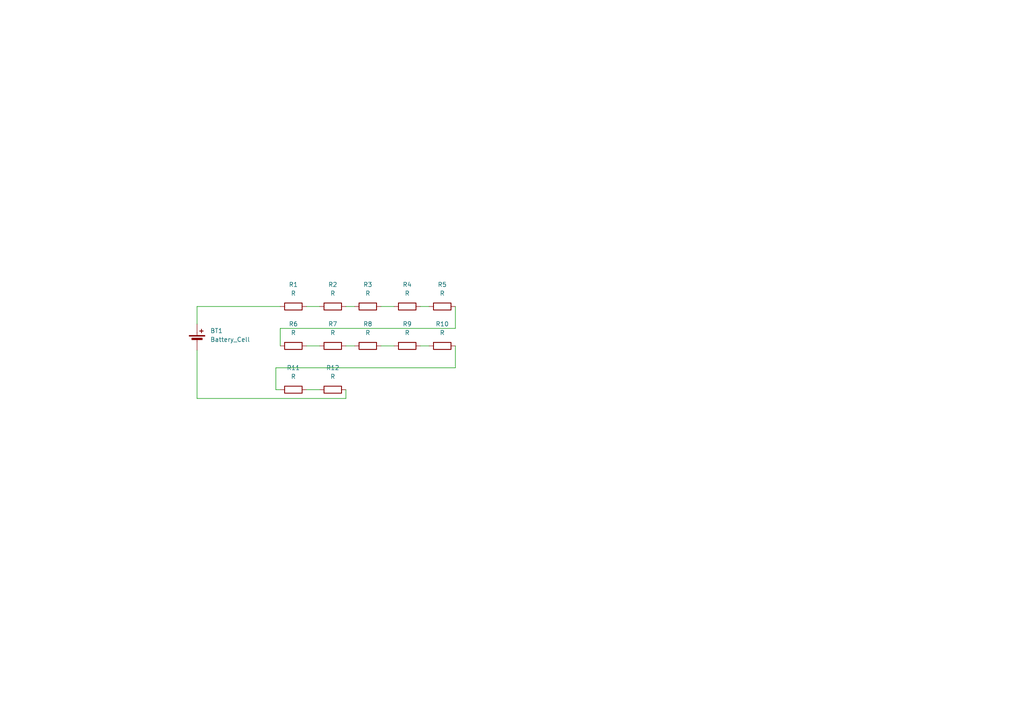
<source format=kicad_sch>
(kicad_sch (version 20230121) (generator eeschema)
  (paper "A4")
  (lib_symbols
    (symbol "Device:Battery_Cell" (pin_numbers hide) (pin_names (offset 0) hide)
      (property "Reference" "BT" (at 2.54 2.54 0))
      (property "Value" "Battery_Cell" (at 2.54 0 0))
      (symbol "Battery_Cell_0_1"
        (rectangle (start -2.286 1.778) (end 2.286 1.524) (fill (type outline)))
        (rectangle (start -1.524 1.016) (end 1.524 0.508) (fill (type outline)))
        (polyline (pts (xy 0 0.762) (xy 0 0)))
        (polyline (pts (xy 0 1.778) (xy 0 2.54)))
        (polyline (pts (xy 0.762 3.048) (xy 1.778 3.048)) (stroke (width 0.254)))
        (polyline (pts (xy 1.27 3.556) (xy 1.27 2.54)) (stroke (width 0.254)))
      )
      (symbol "Battery_Cell_1_1"
        (pin passive line (at 0 5.08 270) (length 2.54) (name "+") (number "1"))
        (pin passive line (at 0 -2.54 90) (length 2.54) (name "-") (number "2"))
      )
    )
    (symbol "Device:R" (pin_numbers hide) (pin_names (offset 0))
      (property "Reference" "R" (at 2.032 0 90))
      (property "Value" "R" (at 0 0 90))
      (symbol "R_0_1"
        (rectangle (start -1.016 -2.54) (end 1.016 2.54) (stroke (width 0.254)))
      )
      (symbol "R_1_1"
        (pin passive line (at 0 3.81 270) (length 1.27) (name "~") (number "1"))
        (pin passive line (at 0 -3.81 90) (length 1.27) (name "~") (number "2"))
      )
    )
  )
  (wire (pts (xy 57.15 115.57) (xy 57.15 101.6)))
  (wire (pts (xy 80.01 113.03) (xy 81.28 113.03)))
  (wire (pts (xy 132.08 95.25) (xy 81.28 95.25)))
  (wire (pts (xy 80.01 106.68) (xy 80.01 113.03)))
  (wire (pts (xy 88.9 100.33) (xy 92.71 100.33)))
  (wire (pts (xy 110.49 88.9) (xy 114.3 88.9)))
  (wire (pts (xy 88.9 88.9) (xy 92.71 88.9)))
  (wire (pts (xy 100.33 115.57) (xy 57.15 115.57)))
  (wire (pts (xy 100.33 88.9) (xy 102.87 88.9)))
  (wire (pts (xy 88.9 113.03) (xy 92.71 113.03)))
  (wire (pts (xy 132.08 88.9) (xy 132.08 95.25)))
  (wire (pts (xy 57.15 88.9) (xy 81.28 88.9)))
  (wire (pts (xy 110.49 100.33) (xy 114.3 100.33)))
  (wire (pts (xy 57.15 93.98) (xy 57.15 88.9)))
  (wire (pts (xy 121.92 100.33) (xy 124.46 100.33)))
  (wire (pts (xy 100.33 113.03) (xy 100.33 115.57)))
  (wire (pts (xy 100.33 100.33) (xy 102.87 100.33)))
  (wire (pts (xy 81.28 95.25) (xy 81.28 100.33)))
  (wire (pts (xy 132.08 106.68) (xy 80.01 106.68)))
  (wire (pts (xy 121.92 88.9) (xy 124.46 88.9)))
  (wire (pts (xy 132.08 100.33) (xy 132.08 106.68)))
  (symbol (lib_id "Device:R") (at 106.68 100.33 90) (unit 1)
    (property "Reference" "R8" (at 106.68 93.98 90))
    (property "Value" "R" (at 106.68 96.52 90))
    (property "Footprint" "Resistor_THT:R_Axial_Power_L20.0mm_W6.4mm_P5.08mm_Vertical" (effects hide))
  )
  (symbol (lib_id "Device:R") (at 118.11 88.9 90) (unit 1)
    (property "Reference" "R4" (at 118.11 82.55 90))
    (property "Value" "R" (at 118.11 85.09 90))
    (property "Footprint" "Resistor_THT:R_Axial_Power_L20.0mm_W6.4mm_P5.08mm_Vertical" (effects hide))
  )
  (symbol (lib_id "Device:R") (at 96.52 88.9 90) (unit 1)
    (property "Reference" "R2" (at 96.52 82.55 90))
    (property "Value" "R" (at 96.52 85.09 90))
    (property "Footprint" "Resistor_THT:R_Axial_Power_L20.0mm_W6.4mm_P5.08mm_Vertical" (effects hide))
  )
  (symbol (lib_id "Device:Battery_Cell") (at 57.15 99.06 0) (unit 1)
    (property "Reference" "BT1" (at 60.96 95.9485 0) (effects (justify left)))
    (property "Value" "Battery_Cell" (at 60.96 98.4885 0) (effects (justify left)))
    (property "Footprint" "Connector_PinSocket_2.54mm:PinSocket_1x02_P2.54mm_Vertical" (effects hide))
  )
  (symbol (lib_id "Device:R") (at 85.09 100.33 90) (unit 1)
    (property "Reference" "R6" (at 85.09 93.98 90))
    (property "Value" "R" (at 85.09 96.52 90))
    (property "Footprint" "Resistor_THT:R_Axial_Power_L20.0mm_W6.4mm_P5.08mm_Vertical" (effects hide))
  )
  (symbol (lib_id "Device:R") (at 85.09 113.03 90) (unit 1)
    (property "Reference" "R11" (at 85.09 106.68 90))
    (property "Value" "R" (at 85.09 109.22 90))
    (property "Footprint" "Resistor_THT:R_Axial_Power_L20.0mm_W6.4mm_P5.08mm_Vertical" (effects hide))
  )
  (symbol (lib_id "Device:R") (at 96.52 113.03 90) (unit 1)
    (property "Reference" "R12" (at 96.52 106.68 90))
    (property "Value" "R" (at 96.52 109.22 90))
    (property "Footprint" "Resistor_THT:R_Axial_Power_L20.0mm_W6.4mm_P5.08mm_Vertical" (effects hide))
  )
  (symbol (lib_id "Device:R") (at 85.09 88.9 90) (unit 1)
    (property "Reference" "R1" (at 85.09 82.55 90))
    (property "Value" "R" (at 85.09 85.09 90))
    (property "Footprint" "Resistor_THT:R_Axial_Power_L20.0mm_W6.4mm_P5.08mm_Vertical" (effects hide))
  )
  (symbol (lib_id "Device:R") (at 128.27 100.33 90) (unit 1)
    (property "Reference" "R10" (at 128.27 93.98 90))
    (property "Value" "R" (at 128.27 96.52 90))
    (property "Footprint" "Resistor_THT:R_Axial_Power_L20.0mm_W6.4mm_P5.08mm_Vertical" (effects hide))
  )
  (symbol (lib_id "Device:R") (at 118.11 100.33 90) (unit 1)
    (property "Reference" "R9" (at 118.11 93.98 90))
    (property "Value" "R" (at 118.11 96.52 90))
    (property "Footprint" "Resistor_THT:R_Axial_Power_L20.0mm_W6.4mm_P5.08mm_Vertical" (effects hide))
  )
  (symbol (lib_id "Device:R") (at 96.52 100.33 90) (unit 1)
    (property "Reference" "R7" (at 96.52 93.98 90))
    (property "Value" "R" (at 96.52 96.52 90))
    (property "Footprint" "Resistor_THT:R_Axial_Power_L20.0mm_W6.4mm_P5.08mm_Vertical" (effects hide))
  )
  (symbol (lib_id "Device:R") (at 106.68 88.9 90) (unit 1)
    (property "Reference" "R3" (at 106.68 82.55 90))
    (property "Value" "R" (at 106.68 85.09 90))
    (property "Footprint" "Resistor_THT:R_Axial_Power_L20.0mm_W6.4mm_P5.08mm_Vertical" (effects hide))
  )
  (symbol (lib_id "Device:R") (at 128.27 88.9 90) (unit 1)
    (property "Reference" "R5" (at 128.27 82.55 90))
    (property "Value" "R" (at 128.27 85.09 90))
    (property "Footprint" "Resistor_THT:R_Axial_Power_L20.0mm_W6.4mm_P5.08mm_Vertical" (effects hide))
  )
)
</source>
